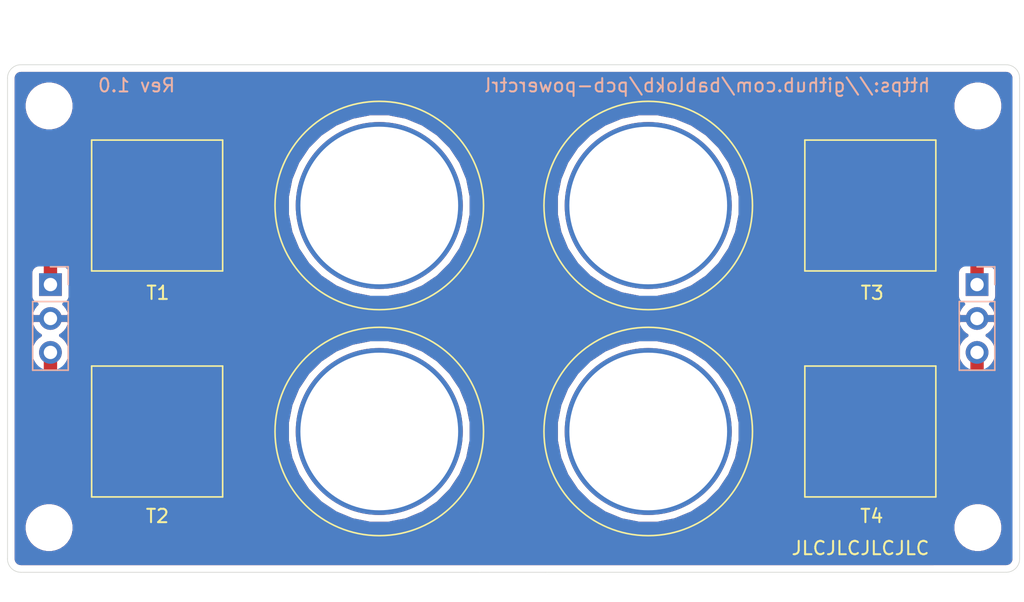
<source format=kicad_pcb>
(kicad_pcb (version 20171130) (host pcbnew 5.1.8-5.1.8)

  (general
    (thickness 1.6)
    (drawings 11)
    (tracks 12)
    (zones 0)
    (modules 14)
    (nets 6)
  )

  (page A4)
  (layers
    (0 F.Cu signal)
    (31 B.Cu signal)
    (32 B.Adhes user)
    (33 F.Adhes user)
    (34 B.Paste user)
    (35 F.Paste user)
    (36 B.SilkS user)
    (37 F.SilkS user)
    (38 B.Mask user)
    (39 F.Mask user)
    (40 Dwgs.User user)
    (41 Cmts.User user)
    (42 Eco1.User user)
    (43 Eco2.User user)
    (44 Edge.Cuts user)
    (45 Margin user)
    (46 B.CrtYd user)
    (47 F.CrtYd user)
    (48 B.Fab user)
    (49 F.Fab user)
  )

  (setup
    (last_trace_width 1)
    (trace_clearance 0.2)
    (zone_clearance 0.508)
    (zone_45_only no)
    (trace_min 0.2)
    (via_size 0.8)
    (via_drill 0.4)
    (via_min_size 0.4)
    (via_min_drill 0.3)
    (uvia_size 0.3)
    (uvia_drill 0.1)
    (uvias_allowed no)
    (uvia_min_size 0.2)
    (uvia_min_drill 0.1)
    (edge_width 0.05)
    (segment_width 0.2)
    (pcb_text_width 0.3)
    (pcb_text_size 1.5 1.5)
    (mod_edge_width 0.12)
    (mod_text_size 1 1)
    (mod_text_width 0.15)
    (pad_size 1.524 1.524)
    (pad_drill 0.762)
    (pad_to_mask_clearance 0)
    (aux_axis_origin 0 0)
    (visible_elements FFFFEF7F)
    (pcbplotparams
      (layerselection 0x010f0_ffffffff)
      (usegerberextensions false)
      (usegerberattributes true)
      (usegerberadvancedattributes true)
      (creategerberjobfile false)
      (excludeedgelayer true)
      (linewidth 0.100000)
      (plotframeref false)
      (viasonmask false)
      (mode 1)
      (useauxorigin false)
      (hpglpennumber 1)
      (hpglpenspeed 20)
      (hpglpendiameter 15.000000)
      (psnegative false)
      (psa4output false)
      (plotreference true)
      (plotvalue false)
      (plotinvisibletext false)
      (padsonsilk true)
      (subtractmaskfromsilk false)
      (outputformat 1)
      (mirror false)
      (drillshape 0)
      (scaleselection 1)
      (outputdirectory "../production"))
  )

  (net 0 "")
  (net 1 "Net-(J1-Pad3)")
  (net 2 "Net-(J1-Pad1)")
  (net 3 "Net-(J2-Pad3)")
  (net 4 "Net-(J2-Pad1)")
  (net 5 GND)

  (net_class Default "This is the default net class."
    (clearance 0.2)
    (trace_width 1)
    (via_dia 0.8)
    (via_drill 0.4)
    (uvia_dia 0.3)
    (uvia_drill 0.1)
    (add_net GND)
    (add_net "Net-(J1-Pad1)")
    (add_net "Net-(J1-Pad3)")
    (add_net "Net-(J2-Pad1)")
    (add_net "Net-(J2-Pad3)")
  )

  (module MountingHole:MountingHole_2.5mm (layer F.Cu) (tedit 56D1B4CB) (tstamp 60B7A47E)
    (at 173.5328 108.1786)
    (descr "Mounting Hole 2.5mm, no annular")
    (tags "mounting hole 2.5mm no annular")
    (path /60B75C42)
    (attr virtual)
    (fp_text reference M4 (at 0 -3.5) (layer F.SilkS) hide
      (effects (font (size 1 1) (thickness 0.15)))
    )
    (fp_text value Mounting-Hole (at -2.3114 4.7498) (layer F.Fab)
      (effects (font (size 1 1) (thickness 0.15)))
    )
    (fp_circle (center 0 0) (end 2.75 0) (layer F.CrtYd) (width 0.05))
    (fp_circle (center 0 0) (end 2.5 0) (layer Cmts.User) (width 0.15))
    (fp_text user %R (at 0.3 0) (layer F.Fab)
      (effects (font (size 1 1) (thickness 0.15)))
    )
    (pad 1 np_thru_hole circle (at 0 0) (size 2.5 2.5) (drill 2.5) (layers *.Cu *.Mask))
  )

  (module MountingHole:MountingHole_2.5mm (layer F.Cu) (tedit 56D1B4CB) (tstamp 60B7A476)
    (at 173.5328 76.6064)
    (descr "Mounting Hole 2.5mm, no annular")
    (tags "mounting hole 2.5mm no annular")
    (path /60B75989)
    (attr virtual)
    (fp_text reference M3 (at 0 -3.5) (layer F.SilkS) hide
      (effects (font (size 1 1) (thickness 0.15)))
    )
    (fp_text value Mounting-Hole (at -2.4638 -4.953) (layer F.Fab)
      (effects (font (size 1 1) (thickness 0.15)))
    )
    (fp_circle (center 0 0) (end 2.75 0) (layer F.CrtYd) (width 0.05))
    (fp_circle (center 0 0) (end 2.5 0) (layer Cmts.User) (width 0.15))
    (fp_text user %R (at 0.3 0) (layer F.Fab)
      (effects (font (size 1 1) (thickness 0.15)))
    )
    (pad 1 np_thru_hole circle (at 0 0) (size 2.5 2.5) (drill 2.5) (layers *.Cu *.Mask))
  )

  (module MountingHole:MountingHole_2.5mm (layer F.Cu) (tedit 56D1B4CB) (tstamp 60B7A46E)
    (at 104.0511 108.1786)
    (descr "Mounting Hole 2.5mm, no annular")
    (tags "mounting hole 2.5mm no annular")
    (path /60B75768)
    (attr virtual)
    (fp_text reference M2 (at 0 -3.5) (layer F.SilkS) hide
      (effects (font (size 1 1) (thickness 0.15)))
    )
    (fp_text value Mounting-Hole (at 2.3368 4.3942) (layer F.Fab)
      (effects (font (size 1 1) (thickness 0.15)))
    )
    (fp_circle (center 0 0) (end 2.75 0) (layer F.CrtYd) (width 0.05))
    (fp_circle (center 0 0) (end 2.5 0) (layer Cmts.User) (width 0.15))
    (fp_text user %R (at 0.3 0) (layer F.Fab)
      (effects (font (size 1 1) (thickness 0.15)))
    )
    (pad 1 np_thru_hole circle (at 0 0) (size 2.5 2.5) (drill 2.5) (layers *.Cu *.Mask))
  )

  (module MountingHole:MountingHole_2.5mm (layer F.Cu) (tedit 56D1B4CB) (tstamp 60B7A466)
    (at 104.0511 76.6064)
    (descr "Mounting Hole 2.5mm, no annular")
    (tags "mounting hole 2.5mm no annular")
    (path /60B745D2)
    (attr virtual)
    (fp_text reference M1 (at 0 -3.5) (layer F.SilkS) hide
      (effects (font (size 1 1) (thickness 0.15)))
    )
    (fp_text value Mounting-Hole (at 2.0955 -4.3942) (layer F.Fab)
      (effects (font (size 1 1) (thickness 0.15)))
    )
    (fp_circle (center 0 0) (end 2.75 0) (layer F.CrtYd) (width 0.05))
    (fp_circle (center 0 0) (end 2.5 0) (layer Cmts.User) (width 0.15))
    (fp_text user %R (at 0.3 0) (layer F.Fab)
      (effects (font (size 1 1) (thickness 0.15)))
    )
    (pad 1 np_thru_hole circle (at 0 0) (size 2.5 2.5) (drill 2.5) (layers *.Cu *.Mask))
  )

  (module user:Einbaubuchse_55x21 (layer F.Cu) (tedit 60B5F594) (tstamp 60B651CC)
    (at 148.873 100.9813)
    (path /60B62068)
    (fp_text reference H4 (at 0.65532 -10.9728) (layer F.SilkS) hide
      (effects (font (size 1 1) (thickness 0.15)))
    )
    (fp_text value Einbaubuchse (at 0.44704 -14.53896) (layer F.Fab)
      (effects (font (size 1 1) (thickness 0.15)))
    )
    (fp_circle (center 0 0) (end 7.8 0) (layer F.SilkS) (width 0.12))
    (fp_circle (center 0 0) (end 7.9 0) (layer F.CrtYd) (width 0.12))
    (pad "" np_thru_hole circle (at 0 0) (size 12.5 12.5) (drill 11.8) (layers *.Cu *.Mask))
  )

  (module user:Einbaubuchse_55x21 (layer F.Cu) (tedit 60B5F594) (tstamp 60B651C5)
    (at 148.873 84.0613)
    (path /60B61303)
    (fp_text reference H3 (at 0.65532 -10.9728) (layer F.SilkS) hide
      (effects (font (size 1 1) (thickness 0.15)))
    )
    (fp_text value Einbaubuchse (at 0.44704 -14.53896) (layer F.Fab)
      (effects (font (size 1 1) (thickness 0.15)))
    )
    (fp_circle (center 0 0) (end 7.8 0) (layer F.SilkS) (width 0.12))
    (fp_circle (center 0 0) (end 7.9 0) (layer F.CrtYd) (width 0.12))
    (pad "" np_thru_hole circle (at 0 0) (size 12.5 12.5) (drill 11.8) (layers *.Cu *.Mask))
  )

  (module user:Einbaubuchse_55x21 (layer F.Cu) (tedit 60B5F594) (tstamp 60B651BE)
    (at 128.7526 100.9813)
    (path /60B60F09)
    (fp_text reference H2 (at 0.65532 -10.9728) (layer F.SilkS) hide
      (effects (font (size 1 1) (thickness 0.15)))
    )
    (fp_text value Einbaubuchse (at 0.44704 -14.53896) (layer F.Fab)
      (effects (font (size 1 1) (thickness 0.15)))
    )
    (fp_circle (center 0 0) (end 7.8 0) (layer F.SilkS) (width 0.12))
    (fp_circle (center 0 0) (end 7.9 0) (layer F.CrtYd) (width 0.12))
    (pad "" np_thru_hole circle (at 0 0) (size 12.5 12.5) (drill 11.8) (layers *.Cu *.Mask))
  )

  (module user:Einbaubuchse_55x21 (layer F.Cu) (tedit 60B5F594) (tstamp 60B651B7)
    (at 128.7526 84.0613)
    (path /60B5F94C)
    (fp_text reference H1 (at 0.65532 -10.9728) (layer F.SilkS) hide
      (effects (font (size 1 1) (thickness 0.15)))
    )
    (fp_text value Einbaubuchse (at 0.44704 -14.53896) (layer F.Fab)
      (effects (font (size 1 1) (thickness 0.15)))
    )
    (fp_circle (center 0 0) (end 7.8 0) (layer F.SilkS) (width 0.12))
    (fp_circle (center 0 0) (end 7.9 0) (layer F.CrtYd) (width 0.12))
    (pad "" np_thru_hole circle (at 0 0) (size 12.5 12.5) (drill 11.8) (layers *.Cu *.Mask))
  )

  (module user:Touchpad (layer F.Cu) (tedit 60B23E46) (tstamp 60B29A48)
    (at 165.4904 100.9813)
    (path /60B27E7F)
    (fp_text reference T4 (at 0.1049 6.3337) (layer F.SilkS)
      (effects (font (size 1 1) (thickness 0.15)))
    )
    (fp_text value Touchpad (at 0.17018 -7.76478) (layer F.Fab)
      (effects (font (size 1 1) (thickness 0.15)))
    )
    (fp_line (start -4.9 4.9) (end 4.9 4.9) (layer F.SilkS) (width 0.12))
    (fp_line (start -4.9 -4.9) (end -4.9 4.9) (layer F.SilkS) (width 0.12))
    (fp_line (start 4.9 -4.9) (end -4.9 -4.9) (layer F.SilkS) (width 0.12))
    (fp_line (start 4.9 4.9) (end 4.9 -4.9) (layer F.SilkS) (width 0.12))
    (fp_line (start -5 5) (end 5 5) (layer F.CrtYd) (width 0.12))
    (fp_line (start -5 -5) (end -5 5) (layer F.CrtYd) (width 0.12))
    (fp_line (start 5 -5) (end -5 -5) (layer F.CrtYd) (width 0.12))
    (fp_line (start 5 5) (end 5 -5) (layer F.CrtYd) (width 0.12))
    (pad 1 smd roundrect (at 0 0) (size 8 8) (layers F.Cu F.Paste F.Mask) (roundrect_rratio 0.25)
      (net 3 "Net-(J2-Pad3)"))
  )

  (module user:Touchpad (layer F.Cu) (tedit 60B23E46) (tstamp 60B29A3B)
    (at 165.4904 84.0613)
    (path /60B277DA)
    (fp_text reference T3 (at 0.143 6.5405) (layer F.SilkS)
      (effects (font (size 1 1) (thickness 0.15)))
    )
    (fp_text value Touchpad (at 0.17018 -7.76478) (layer F.Fab)
      (effects (font (size 1 1) (thickness 0.15)))
    )
    (fp_line (start -4.9 4.9) (end 4.9 4.9) (layer F.SilkS) (width 0.12))
    (fp_line (start -4.9 -4.9) (end -4.9 4.9) (layer F.SilkS) (width 0.12))
    (fp_line (start 4.9 -4.9) (end -4.9 -4.9) (layer F.SilkS) (width 0.12))
    (fp_line (start 4.9 4.9) (end 4.9 -4.9) (layer F.SilkS) (width 0.12))
    (fp_line (start -5 5) (end 5 5) (layer F.CrtYd) (width 0.12))
    (fp_line (start -5 -5) (end -5 5) (layer F.CrtYd) (width 0.12))
    (fp_line (start 5 -5) (end -5 -5) (layer F.CrtYd) (width 0.12))
    (fp_line (start 5 5) (end 5 -5) (layer F.CrtYd) (width 0.12))
    (pad 1 smd roundrect (at 0 0) (size 8 8) (layers F.Cu F.Paste F.Mask) (roundrect_rratio 0.25)
      (net 4 "Net-(J2-Pad1)"))
  )

  (module user:Touchpad (layer F.Cu) (tedit 60B23E46) (tstamp 60B29A2E)
    (at 112.1352 100.9813)
    (path /60B2D419)
    (fp_text reference T2 (at 0.0185 6.3337) (layer F.SilkS)
      (effects (font (size 1 1) (thickness 0.15)))
    )
    (fp_text value Touchpad (at 0.17018 -7.76478) (layer F.Fab)
      (effects (font (size 1 1) (thickness 0.15)))
    )
    (fp_line (start -4.9 4.9) (end 4.9 4.9) (layer F.SilkS) (width 0.12))
    (fp_line (start -4.9 -4.9) (end -4.9 4.9) (layer F.SilkS) (width 0.12))
    (fp_line (start 4.9 -4.9) (end -4.9 -4.9) (layer F.SilkS) (width 0.12))
    (fp_line (start 4.9 4.9) (end 4.9 -4.9) (layer F.SilkS) (width 0.12))
    (fp_line (start -5 5) (end 5 5) (layer F.CrtYd) (width 0.12))
    (fp_line (start -5 -5) (end -5 5) (layer F.CrtYd) (width 0.12))
    (fp_line (start 5 -5) (end -5 -5) (layer F.CrtYd) (width 0.12))
    (fp_line (start 5 5) (end 5 -5) (layer F.CrtYd) (width 0.12))
    (pad 1 smd roundrect (at 0 0) (size 8 8) (layers F.Cu F.Paste F.Mask) (roundrect_rratio 0.25)
      (net 1 "Net-(J1-Pad3)"))
  )

  (module user:Touchpad (layer F.Cu) (tedit 60B23E46) (tstamp 60B29A21)
    (at 112.1352 84.0613)
    (path /60B2D413)
    (fp_text reference T1 (at 0.0566 6.5405) (layer F.SilkS)
      (effects (font (size 1 1) (thickness 0.15)))
    )
    (fp_text value Touchpad (at 0.17018 -7.76478) (layer F.Fab)
      (effects (font (size 1 1) (thickness 0.15)))
    )
    (fp_line (start -4.9 4.9) (end 4.9 4.9) (layer F.SilkS) (width 0.12))
    (fp_line (start -4.9 -4.9) (end -4.9 4.9) (layer F.SilkS) (width 0.12))
    (fp_line (start 4.9 -4.9) (end -4.9 -4.9) (layer F.SilkS) (width 0.12))
    (fp_line (start 4.9 4.9) (end 4.9 -4.9) (layer F.SilkS) (width 0.12))
    (fp_line (start -5 5) (end 5 5) (layer F.CrtYd) (width 0.12))
    (fp_line (start -5 -5) (end -5 5) (layer F.CrtYd) (width 0.12))
    (fp_line (start 5 -5) (end -5 -5) (layer F.CrtYd) (width 0.12))
    (fp_line (start 5 5) (end 5 -5) (layer F.CrtYd) (width 0.12))
    (pad 1 smd roundrect (at 0 0) (size 8 8) (layers F.Cu F.Paste F.Mask) (roundrect_rratio 0.25)
      (net 2 "Net-(J1-Pad1)"))
  )

  (module Connector_PinHeader_2.54mm:PinHeader_1x03_P2.54mm_Vertical (layer B.Cu) (tedit 59FED5CC) (tstamp 60B29A14)
    (at 173.4729 89.9813 180)
    (descr "Through hole straight pin header, 1x03, 2.54mm pitch, single row")
    (tags "Through hole pin header THT 1x03 2.54mm single row")
    (path /60B24777)
    (fp_text reference J2 (at 0 2.33) (layer B.SilkS) hide
      (effects (font (size 1 1) (thickness 0.15)) (justify mirror))
    )
    (fp_text value Conn_01x03_Male (at 0 -7.41) (layer B.Fab) hide
      (effects (font (size 1 1) (thickness 0.15)) (justify mirror))
    )
    (fp_line (start 1.8 1.8) (end -1.8 1.8) (layer B.CrtYd) (width 0.05))
    (fp_line (start 1.8 -6.85) (end 1.8 1.8) (layer B.CrtYd) (width 0.05))
    (fp_line (start -1.8 -6.85) (end 1.8 -6.85) (layer B.CrtYd) (width 0.05))
    (fp_line (start -1.8 1.8) (end -1.8 -6.85) (layer B.CrtYd) (width 0.05))
    (fp_line (start -1.33 1.33) (end 0 1.33) (layer B.SilkS) (width 0.12))
    (fp_line (start -1.33 0) (end -1.33 1.33) (layer B.SilkS) (width 0.12))
    (fp_line (start -1.33 -1.27) (end 1.33 -1.27) (layer B.SilkS) (width 0.12))
    (fp_line (start 1.33 -1.27) (end 1.33 -6.41) (layer B.SilkS) (width 0.12))
    (fp_line (start -1.33 -1.27) (end -1.33 -6.41) (layer B.SilkS) (width 0.12))
    (fp_line (start -1.33 -6.41) (end 1.33 -6.41) (layer B.SilkS) (width 0.12))
    (fp_line (start -1.27 0.635) (end -0.635 1.27) (layer B.Fab) (width 0.1))
    (fp_line (start -1.27 -6.35) (end -1.27 0.635) (layer B.Fab) (width 0.1))
    (fp_line (start 1.27 -6.35) (end -1.27 -6.35) (layer B.Fab) (width 0.1))
    (fp_line (start 1.27 1.27) (end 1.27 -6.35) (layer B.Fab) (width 0.1))
    (fp_line (start -0.635 1.27) (end 1.27 1.27) (layer B.Fab) (width 0.1))
    (fp_text user %R (at 0 -2.54 270) (layer B.Fab)
      (effects (font (size 1 1) (thickness 0.15)) (justify mirror))
    )
    (pad 3 thru_hole oval (at 0 -5.08 180) (size 1.7 1.7) (drill 1) (layers *.Cu *.Mask)
      (net 3 "Net-(J2-Pad3)"))
    (pad 2 thru_hole oval (at 0 -2.54 180) (size 1.7 1.7) (drill 1) (layers *.Cu *.Mask)
      (net 5 GND))
    (pad 1 thru_hole rect (at 0 0 180) (size 1.7 1.7) (drill 1) (layers *.Cu *.Mask)
      (net 4 "Net-(J2-Pad1)"))
    (model ${KISYS3DMOD}/Connector_PinHeader_2.54mm.3dshapes/PinHeader_1x03_P2.54mm_Vertical.wrl
      (at (xyz 0 0 0))
      (scale (xyz 1 1 1))
      (rotate (xyz 0 0 0))
    )
  )

  (module Connector_PinHeader_2.54mm:PinHeader_1x03_P2.54mm_Vertical (layer B.Cu) (tedit 59FED5CC) (tstamp 60B299FD)
    (at 104.1527 89.9813 180)
    (descr "Through hole straight pin header, 1x03, 2.54mm pitch, single row")
    (tags "Through hole pin header THT 1x03 2.54mm single row")
    (path /60B2D40D)
    (fp_text reference J1 (at 0 2.33) (layer B.SilkS) hide
      (effects (font (size 1 1) (thickness 0.15)) (justify mirror))
    )
    (fp_text value Conn_01x03_Male (at 0 -7.41) (layer B.Fab) hide
      (effects (font (size 1 1) (thickness 0.15)) (justify mirror))
    )
    (fp_line (start 1.8 1.8) (end -1.8 1.8) (layer B.CrtYd) (width 0.05))
    (fp_line (start 1.8 -6.85) (end 1.8 1.8) (layer B.CrtYd) (width 0.05))
    (fp_line (start -1.8 -6.85) (end 1.8 -6.85) (layer B.CrtYd) (width 0.05))
    (fp_line (start -1.8 1.8) (end -1.8 -6.85) (layer B.CrtYd) (width 0.05))
    (fp_line (start -1.33 1.33) (end 0 1.33) (layer B.SilkS) (width 0.12))
    (fp_line (start -1.33 0) (end -1.33 1.33) (layer B.SilkS) (width 0.12))
    (fp_line (start -1.33 -1.27) (end 1.33 -1.27) (layer B.SilkS) (width 0.12))
    (fp_line (start 1.33 -1.27) (end 1.33 -6.41) (layer B.SilkS) (width 0.12))
    (fp_line (start -1.33 -1.27) (end -1.33 -6.41) (layer B.SilkS) (width 0.12))
    (fp_line (start -1.33 -6.41) (end 1.33 -6.41) (layer B.SilkS) (width 0.12))
    (fp_line (start -1.27 0.635) (end -0.635 1.27) (layer B.Fab) (width 0.1))
    (fp_line (start -1.27 -6.35) (end -1.27 0.635) (layer B.Fab) (width 0.1))
    (fp_line (start 1.27 -6.35) (end -1.27 -6.35) (layer B.Fab) (width 0.1))
    (fp_line (start 1.27 1.27) (end 1.27 -6.35) (layer B.Fab) (width 0.1))
    (fp_line (start -0.635 1.27) (end 1.27 1.27) (layer B.Fab) (width 0.1))
    (fp_text user %R (at 0 -2.54 270) (layer B.Fab)
      (effects (font (size 1 1) (thickness 0.15)) (justify mirror))
    )
    (pad 3 thru_hole oval (at 0 -5.08 180) (size 1.7 1.7) (drill 1) (layers *.Cu *.Mask)
      (net 1 "Net-(J1-Pad3)"))
    (pad 2 thru_hole oval (at 0 -2.54 180) (size 1.7 1.7) (drill 1) (layers *.Cu *.Mask)
      (net 5 GND))
    (pad 1 thru_hole rect (at 0 0 180) (size 1.7 1.7) (drill 1) (layers *.Cu *.Mask)
      (net 2 "Net-(J1-Pad1)"))
    (model ${KISYS3DMOD}/Connector_PinHeader_2.54mm.3dshapes/PinHeader_1x03_P2.54mm_Vertical.wrl
      (at (xyz 0 0 0))
      (scale (xyz 1 1 1))
      (rotate (xyz 0 0 0))
    )
  )

  (gr_text "Rev 1.0" (at 107.61472 75.06716) (layer B.SilkS)
    (effects (font (size 1 1) (thickness 0.15)) (justify right mirror))
  )
  (gr_text https://github.com/bablokb/pcb-powerctrl (at 170.053 75.06716) (layer B.SilkS)
    (effects (font (size 1 1) (thickness 0.15)) (justify left mirror))
  )
  (gr_text JLCJLCJLCJLC (at 169.99204 109.7153) (layer F.SilkS)
    (effects (font (size 1 1) (thickness 0.15)) (justify right))
  )
  (gr_arc (start 101.9419 74.5236) (end 101.9419 73.5213) (angle -90) (layer Edge.Cuts) (width 0.05) (tstamp 60B7A6CE))
  (gr_arc (start 101.9419 110.52048) (end 100.9396 110.52048) (angle -90) (layer Edge.Cuts) (width 0.05) (tstamp 60B7A6C5))
  (gr_arc (start 175.6547 110.51894) (end 175.6547 111.52124) (angle -90) (layer Edge.Cuts) (width 0.05) (tstamp 60B7A6C5))
  (gr_arc (start 175.6547 74.5236) (end 176.657 74.5236) (angle -90) (layer Edge.Cuts) (width 0.05))
  (gr_line (start 100.9396 110.52302) (end 100.9396 74.52106) (layer Edge.Cuts) (width 0.05))
  (gr_line (start 175.65116 111.5213) (end 101.9419 111.52278) (layer Edge.Cuts) (width 0.05))
  (gr_line (start 176.657 74.5236) (end 176.657 110.5154) (layer Edge.Cuts) (width 0.05))
  (gr_line (start 101.9419 73.5213) (end 175.6537 73.5213) (layer Edge.Cuts) (width 0.05))

  (segment (start 104.1527 95.0613) (end 104.1527 97.8662) (width 1) (layer F.Cu) (net 1))
  (segment (start 107.2678 100.9813) (end 112.1352 100.9813) (width 1) (layer F.Cu) (net 1))
  (segment (start 104.1527 97.8662) (end 107.2678 100.9813) (width 1) (layer F.Cu) (net 1))
  (segment (start 104.1527 89.9813) (end 104.1527 86.1187) (width 1) (layer F.Cu) (net 2))
  (segment (start 106.2101 84.0613) (end 112.1352 84.0613) (width 1) (layer F.Cu) (net 2))
  (segment (start 104.1527 86.1187) (end 106.2101 84.0613) (width 1) (layer F.Cu) (net 2))
  (segment (start 173.4729 95.0613) (end 173.4729 98.142) (width 1) (layer F.Cu) (net 3))
  (segment (start 170.6336 100.9813) (end 165.4904 100.9813) (width 1) (layer F.Cu) (net 3))
  (segment (start 173.4729 98.142) (end 170.6336 100.9813) (width 1) (layer F.Cu) (net 3))
  (segment (start 173.4729 89.9813) (end 173.4729 86.6176) (width 1) (layer F.Cu) (net 4))
  (segment (start 170.9166 84.0613) (end 165.4904 84.0613) (width 1) (layer F.Cu) (net 4))
  (segment (start 173.4729 86.6176) (end 170.9166 84.0613) (width 1) (layer F.Cu) (net 4))

  (zone (net 5) (net_name GND) (layer F.Cu) (tstamp 60B77781) (hatch edge 0.508)
    (connect_pads (clearance 0.508))
    (min_thickness 0.254)
    (fill yes (arc_segments 32) (thermal_gap 0.508) (thermal_bridge_width 0.508))
    (polygon
      (pts
        (xy 176.62398 111.4806) (xy 100.98532 111.4806) (xy 100.98532 73.55586) (xy 176.62398 73.55586)
      )
    )
    (filled_polygon
      (pts
        (xy 175.72057 74.190924) (xy 175.783933 74.210054) (xy 175.842378 74.24113) (xy 175.893665 74.282958) (xy 175.935856 74.333959)
        (xy 175.967335 74.392179) (xy 175.986909 74.455411) (xy 175.997 74.55142) (xy 175.997001 110.486649) (xy 175.987376 110.58481)
        (xy 175.968246 110.648173) (xy 175.93717 110.706618) (xy 175.895341 110.757906) (xy 175.844343 110.800094) (xy 175.786122 110.831575)
        (xy 175.722889 110.851149) (xy 175.626299 110.861301) (xy 101.974177 110.86278) (xy 101.87603 110.853156) (xy 101.812667 110.834026)
        (xy 101.754222 110.80295) (xy 101.702934 110.761121) (xy 101.660746 110.710123) (xy 101.629265 110.651902) (xy 101.609691 110.588669)
        (xy 101.5996 110.49266) (xy 101.5996 107.992944) (xy 102.1661 107.992944) (xy 102.1661 108.364256) (xy 102.238539 108.728434)
        (xy 102.380634 109.071482) (xy 102.586925 109.380218) (xy 102.849482 109.642775) (xy 103.158218 109.849066) (xy 103.501266 109.991161)
        (xy 103.865444 110.0636) (xy 104.236756 110.0636) (xy 104.600934 109.991161) (xy 104.943982 109.849066) (xy 105.252718 109.642775)
        (xy 105.515275 109.380218) (xy 105.721566 109.071482) (xy 105.863661 108.728434) (xy 105.9361 108.364256) (xy 105.9361 107.992944)
        (xy 171.6478 107.992944) (xy 171.6478 108.364256) (xy 171.720239 108.728434) (xy 171.862334 109.071482) (xy 172.068625 109.380218)
        (xy 172.331182 109.642775) (xy 172.639918 109.849066) (xy 172.982966 109.991161) (xy 173.347144 110.0636) (xy 173.718456 110.0636)
        (xy 174.082634 109.991161) (xy 174.425682 109.849066) (xy 174.734418 109.642775) (xy 174.996975 109.380218) (xy 175.203266 109.071482)
        (xy 175.345361 108.728434) (xy 175.4178 108.364256) (xy 175.4178 107.992944) (xy 175.345361 107.628766) (xy 175.203266 107.285718)
        (xy 174.996975 106.976982) (xy 174.734418 106.714425) (xy 174.425682 106.508134) (xy 174.082634 106.366039) (xy 173.718456 106.2936)
        (xy 173.347144 106.2936) (xy 172.982966 106.366039) (xy 172.639918 106.508134) (xy 172.331182 106.714425) (xy 172.068625 106.976982)
        (xy 171.862334 107.285718) (xy 171.720239 107.628766) (xy 171.6478 107.992944) (xy 105.9361 107.992944) (xy 105.863661 107.628766)
        (xy 105.721566 107.285718) (xy 105.515275 106.976982) (xy 105.252718 106.714425) (xy 104.943982 106.508134) (xy 104.600934 106.366039)
        (xy 104.236756 106.2936) (xy 103.865444 106.2936) (xy 103.501266 106.366039) (xy 103.158218 106.508134) (xy 102.849482 106.714425)
        (xy 102.586925 106.976982) (xy 102.380634 107.285718) (xy 102.238539 107.628766) (xy 102.1661 107.992944) (xy 101.5996 107.992944)
        (xy 101.5996 94.91504) (xy 102.6677 94.91504) (xy 102.6677 95.20756) (xy 102.724768 95.494458) (xy 102.83671 95.764711)
        (xy 102.999225 96.007932) (xy 103.0177 96.026407) (xy 103.017701 97.810439) (xy 103.012209 97.8662) (xy 103.034123 98.088698)
        (xy 103.099024 98.302646) (xy 103.099025 98.302647) (xy 103.204417 98.499823) (xy 103.346252 98.672649) (xy 103.38956 98.708191)
        (xy 106.425813 101.744446) (xy 106.461351 101.787749) (xy 106.504654 101.823287) (xy 106.504656 101.823289) (xy 106.634177 101.929584)
        (xy 106.831353 102.034976) (xy 107.045301 102.099877) (xy 107.2678 102.121791) (xy 107.323552 102.1163) (xy 107.497128 102.1163)
        (xy 107.497128 102.9813) (xy 107.547818 103.495962) (xy 107.697939 103.990846) (xy 107.941723 104.446934) (xy 108.269801 104.846699)
        (xy 108.669566 105.174777) (xy 109.125654 105.418561) (xy 109.620538 105.568682) (xy 110.1352 105.619372) (xy 114.1352 105.619372)
        (xy 114.649862 105.568682) (xy 115.144746 105.418561) (xy 115.600834 105.174777) (xy 116.000599 104.846699) (xy 116.328677 104.446934)
        (xy 116.572461 103.990846) (xy 116.722582 103.495962) (xy 116.773272 102.9813) (xy 116.773272 100.303187) (xy 121.8676 100.303187)
        (xy 121.8676 101.659413) (xy 122.132186 102.989581) (xy 122.651192 104.242571) (xy 123.404671 105.370232) (xy 124.363668 106.329229)
        (xy 125.491329 107.082708) (xy 126.744319 107.601714) (xy 128.074487 107.8663) (xy 129.430713 107.8663) (xy 130.760881 107.601714)
        (xy 132.013871 107.082708) (xy 133.141532 106.329229) (xy 134.100529 105.370232) (xy 134.854008 104.242571) (xy 135.373014 102.989581)
        (xy 135.6376 101.659413) (xy 135.6376 100.303187) (xy 141.988 100.303187) (xy 141.988 101.659413) (xy 142.252586 102.989581)
        (xy 142.771592 104.242571) (xy 143.525071 105.370232) (xy 144.484068 106.329229) (xy 145.611729 107.082708) (xy 146.864719 107.601714)
        (xy 148.194887 107.8663) (xy 149.551113 107.8663) (xy 150.881281 107.601714) (xy 152.134271 107.082708) (xy 153.261932 106.329229)
        (xy 154.220929 105.370232) (xy 154.974408 104.242571) (xy 155.493414 102.989581) (xy 155.758 101.659413) (xy 155.758 100.303187)
        (xy 155.495062 98.9813) (xy 160.852328 98.9813) (xy 160.852328 102.9813) (xy 160.903018 103.495962) (xy 161.053139 103.990846)
        (xy 161.296923 104.446934) (xy 161.625001 104.846699) (xy 162.024766 105.174777) (xy 162.480854 105.418561) (xy 162.975738 105.568682)
        (xy 163.4904 105.619372) (xy 167.4904 105.619372) (xy 168.005062 105.568682) (xy 168.499946 105.418561) (xy 168.956034 105.174777)
        (xy 169.355799 104.846699) (xy 169.683877 104.446934) (xy 169.927661 103.990846) (xy 170.077782 103.495962) (xy 170.128472 102.9813)
        (xy 170.128472 102.1163) (xy 170.577849 102.1163) (xy 170.6336 102.121791) (xy 170.689351 102.1163) (xy 170.689352 102.1163)
        (xy 170.856099 102.099877) (xy 171.070047 102.034976) (xy 171.267223 101.929584) (xy 171.440049 101.787749) (xy 171.475596 101.744435)
        (xy 174.236046 98.983987) (xy 174.279349 98.948449) (xy 174.421184 98.775623) (xy 174.526576 98.578447) (xy 174.591477 98.364499)
        (xy 174.6079 98.197752) (xy 174.613391 98.142) (xy 174.6079 98.086248) (xy 174.6079 96.026407) (xy 174.626375 96.007932)
        (xy 174.78889 95.764711) (xy 174.900832 95.494458) (xy 174.9579 95.20756) (xy 174.9579 94.91504) (xy 174.900832 94.628142)
        (xy 174.78889 94.357889) (xy 174.626375 94.114668) (xy 174.419532 93.907825) (xy 174.237366 93.786105) (xy 174.354255 93.716478)
        (xy 174.570488 93.521569) (xy 174.744541 93.28822) (xy 174.869725 93.025399) (xy 174.914376 92.87819) (xy 174.793055 92.6483)
        (xy 173.5999 92.6483) (xy 173.5999 92.6683) (xy 173.3459 92.6683) (xy 173.3459 92.6483) (xy 172.152745 92.6483)
        (xy 172.031424 92.87819) (xy 172.076075 93.025399) (xy 172.201259 93.28822) (xy 172.375312 93.521569) (xy 172.591545 93.716478)
        (xy 172.708434 93.786105) (xy 172.526268 93.907825) (xy 172.319425 94.114668) (xy 172.15691 94.357889) (xy 172.044968 94.628142)
        (xy 171.9879 94.91504) (xy 171.9879 95.20756) (xy 172.044968 95.494458) (xy 172.15691 95.764711) (xy 172.319425 96.007932)
        (xy 172.3379 96.026407) (xy 172.337901 97.671866) (xy 170.163469 99.8463) (xy 170.128472 99.8463) (xy 170.128472 98.9813)
        (xy 170.077782 98.466638) (xy 169.927661 97.971754) (xy 169.683877 97.515666) (xy 169.355799 97.115901) (xy 168.956034 96.787823)
        (xy 168.499946 96.544039) (xy 168.005062 96.393918) (xy 167.4904 96.343228) (xy 163.4904 96.343228) (xy 162.975738 96.393918)
        (xy 162.480854 96.544039) (xy 162.024766 96.787823) (xy 161.625001 97.115901) (xy 161.296923 97.515666) (xy 161.053139 97.971754)
        (xy 160.903018 98.466638) (xy 160.852328 98.9813) (xy 155.495062 98.9813) (xy 155.493414 98.973019) (xy 154.974408 97.720029)
        (xy 154.220929 96.592368) (xy 153.261932 95.633371) (xy 152.134271 94.879892) (xy 150.881281 94.360886) (xy 149.551113 94.0963)
        (xy 148.194887 94.0963) (xy 146.864719 94.360886) (xy 145.611729 94.879892) (xy 144.484068 95.633371) (xy 143.525071 96.592368)
        (xy 142.771592 97.720029) (xy 142.252586 98.973019) (xy 141.988 100.303187) (xy 135.6376 100.303187) (xy 135.373014 98.973019)
        (xy 134.854008 97.720029) (xy 134.100529 96.592368) (xy 133.141532 95.633371) (xy 132.013871 94.879892) (xy 130.760881 94.360886)
        (xy 129.430713 94.0963) (xy 128.074487 94.0963) (xy 126.744319 94.360886) (xy 125.491329 94.879892) (xy 124.363668 95.633371)
        (xy 123.404671 96.592368) (xy 122.651192 97.720029) (xy 122.132186 98.973019) (xy 121.8676 100.303187) (xy 116.773272 100.303187)
        (xy 116.773272 98.9813) (xy 116.722582 98.466638) (xy 116.572461 97.971754) (xy 116.328677 97.515666) (xy 116.000599 97.115901)
        (xy 115.600834 96.787823) (xy 115.144746 96.544039) (xy 114.649862 96.393918) (xy 114.1352 96.343228) (xy 110.1352 96.343228)
        (xy 109.620538 96.393918) (xy 109.125654 96.544039) (xy 108.669566 96.787823) (xy 108.269801 97.115901) (xy 107.941723 97.515666)
        (xy 107.697939 97.971754) (xy 107.547818 98.466638) (xy 107.497128 98.9813) (xy 107.497128 99.605495) (xy 105.2877 97.396069)
        (xy 105.2877 96.026407) (xy 105.306175 96.007932) (xy 105.46869 95.764711) (xy 105.580632 95.494458) (xy 105.6377 95.20756)
        (xy 105.6377 94.91504) (xy 105.580632 94.628142) (xy 105.46869 94.357889) (xy 105.306175 94.114668) (xy 105.099332 93.907825)
        (xy 104.917166 93.786105) (xy 105.034055 93.716478) (xy 105.250288 93.521569) (xy 105.424341 93.28822) (xy 105.549525 93.025399)
        (xy 105.594176 92.87819) (xy 105.472855 92.6483) (xy 104.2797 92.6483) (xy 104.2797 92.6683) (xy 104.0257 92.6683)
        (xy 104.0257 92.6483) (xy 102.832545 92.6483) (xy 102.711224 92.87819) (xy 102.755875 93.025399) (xy 102.881059 93.28822)
        (xy 103.055112 93.521569) (xy 103.271345 93.716478) (xy 103.388234 93.786105) (xy 103.206068 93.907825) (xy 102.999225 94.114668)
        (xy 102.83671 94.357889) (xy 102.724768 94.628142) (xy 102.6677 94.91504) (xy 101.5996 94.91504) (xy 101.5996 89.1313)
        (xy 102.664628 89.1313) (xy 102.664628 90.8313) (xy 102.676888 90.955782) (xy 102.713198 91.07548) (xy 102.772163 91.185794)
        (xy 102.851515 91.282485) (xy 102.948206 91.361837) (xy 103.05852 91.420802) (xy 103.139166 91.445266) (xy 103.055112 91.521031)
        (xy 102.881059 91.75438) (xy 102.755875 92.017201) (xy 102.711224 92.16441) (xy 102.832545 92.3943) (xy 104.0257 92.3943)
        (xy 104.0257 92.3743) (xy 104.2797 92.3743) (xy 104.2797 92.3943) (xy 105.472855 92.3943) (xy 105.594176 92.16441)
        (xy 105.549525 92.017201) (xy 105.424341 91.75438) (xy 105.250288 91.521031) (xy 105.166234 91.445266) (xy 105.24688 91.420802)
        (xy 105.357194 91.361837) (xy 105.453885 91.282485) (xy 105.533237 91.185794) (xy 105.592202 91.07548) (xy 105.628512 90.955782)
        (xy 105.640772 90.8313) (xy 105.640772 89.1313) (xy 105.628512 89.006818) (xy 105.592202 88.88712) (xy 105.533237 88.776806)
        (xy 105.453885 88.680115) (xy 105.357194 88.600763) (xy 105.2877 88.563617) (xy 105.2877 86.588831) (xy 106.680232 85.1963)
        (xy 107.497128 85.1963) (xy 107.497128 86.0613) (xy 107.547818 86.575962) (xy 107.697939 87.070846) (xy 107.941723 87.526934)
        (xy 108.269801 87.926699) (xy 108.669566 88.254777) (xy 109.125654 88.498561) (xy 109.620538 88.648682) (xy 110.1352 88.699372)
        (xy 114.1352 88.699372) (xy 114.649862 88.648682) (xy 115.144746 88.498561) (xy 115.600834 88.254777) (xy 116.000599 87.926699)
        (xy 116.328677 87.526934) (xy 116.572461 87.070846) (xy 116.722582 86.575962) (xy 116.773272 86.0613) (xy 116.773272 83.383187)
        (xy 121.8676 83.383187) (xy 121.8676 84.739413) (xy 122.132186 86.069581) (xy 122.651192 87.322571) (xy 123.404671 88.450232)
        (xy 124.363668 89.409229) (xy 125.491329 90.162708) (xy 126.744319 90.681714) (xy 128.074487 90.9463) (xy 129.430713 90.9463)
        (xy 130.760881 90.681714) (xy 132.013871 90.162708) (xy 133.141532 89.409229) (xy 134.100529 88.450232) (xy 134.854008 87.322571)
        (xy 135.373014 86.069581) (xy 135.6376 84.739413) (xy 135.6376 83.383187) (xy 141.988 83.383187) (xy 141.988 84.739413)
        (xy 142.252586 86.069581) (xy 142.771592 87.322571) (xy 143.525071 88.450232) (xy 144.484068 89.409229) (xy 145.611729 90.162708)
        (xy 146.864719 90.681714) (xy 148.194887 90.9463) (xy 149.551113 90.9463) (xy 150.881281 90.681714) (xy 152.134271 90.162708)
        (xy 153.261932 89.409229) (xy 154.220929 88.450232) (xy 154.974408 87.322571) (xy 155.493414 86.069581) (xy 155.758 84.739413)
        (xy 155.758 83.383187) (xy 155.495062 82.0613) (xy 160.852328 82.0613) (xy 160.852328 86.0613) (xy 160.903018 86.575962)
        (xy 161.053139 87.070846) (xy 161.296923 87.526934) (xy 161.625001 87.926699) (xy 162.024766 88.254777) (xy 162.480854 88.498561)
        (xy 162.975738 88.648682) (xy 163.4904 88.699372) (xy 167.4904 88.699372) (xy 168.005062 88.648682) (xy 168.499946 88.498561)
        (xy 168.956034 88.254777) (xy 169.355799 87.926699) (xy 169.683877 87.526934) (xy 169.927661 87.070846) (xy 170.077782 86.575962)
        (xy 170.128472 86.0613) (xy 170.128472 85.1963) (xy 170.446469 85.1963) (xy 172.337901 87.087733) (xy 172.3379 88.563617)
        (xy 172.268406 88.600763) (xy 172.171715 88.680115) (xy 172.092363 88.776806) (xy 172.033398 88.88712) (xy 171.997088 89.006818)
        (xy 171.984828 89.1313) (xy 171.984828 90.8313) (xy 171.997088 90.955782) (xy 172.033398 91.07548) (xy 172.092363 91.185794)
        (xy 172.171715 91.282485) (xy 172.268406 91.361837) (xy 172.37872 91.420802) (xy 172.459366 91.445266) (xy 172.375312 91.521031)
        (xy 172.201259 91.75438) (xy 172.076075 92.017201) (xy 172.031424 92.16441) (xy 172.152745 92.3943) (xy 173.3459 92.3943)
        (xy 173.3459 92.3743) (xy 173.5999 92.3743) (xy 173.5999 92.3943) (xy 174.793055 92.3943) (xy 174.914376 92.16441)
        (xy 174.869725 92.017201) (xy 174.744541 91.75438) (xy 174.570488 91.521031) (xy 174.486434 91.445266) (xy 174.56708 91.420802)
        (xy 174.677394 91.361837) (xy 174.774085 91.282485) (xy 174.853437 91.185794) (xy 174.912402 91.07548) (xy 174.948712 90.955782)
        (xy 174.960972 90.8313) (xy 174.960972 89.1313) (xy 174.948712 89.006818) (xy 174.912402 88.88712) (xy 174.853437 88.776806)
        (xy 174.774085 88.680115) (xy 174.677394 88.600763) (xy 174.6079 88.563617) (xy 174.6079 86.673351) (xy 174.613391 86.617599)
        (xy 174.591477 86.3951) (xy 174.575126 86.341198) (xy 174.526576 86.181153) (xy 174.421184 85.983977) (xy 174.279349 85.811151)
        (xy 174.236041 85.775609) (xy 171.758596 83.298165) (xy 171.723049 83.254851) (xy 171.550223 83.113016) (xy 171.353047 83.007624)
        (xy 171.139099 82.942723) (xy 170.972352 82.9263) (xy 170.972351 82.9263) (xy 170.9166 82.920809) (xy 170.860849 82.9263)
        (xy 170.128472 82.9263) (xy 170.128472 82.0613) (xy 170.077782 81.546638) (xy 169.927661 81.051754) (xy 169.683877 80.595666)
        (xy 169.355799 80.195901) (xy 168.956034 79.867823) (xy 168.499946 79.624039) (xy 168.005062 79.473918) (xy 167.4904 79.423228)
        (xy 163.4904 79.423228) (xy 162.975738 79.473918) (xy 162.480854 79.624039) (xy 162.024766 79.867823) (xy 161.625001 80.195901)
        (xy 161.296923 80.595666) (xy 161.053139 81.051754) (xy 160.903018 81.546638) (xy 160.852328 82.0613) (xy 155.495062 82.0613)
        (xy 155.493414 82.053019) (xy 154.974408 80.800029) (xy 154.220929 79.672368) (xy 153.261932 78.713371) (xy 152.134271 77.959892)
        (xy 150.881281 77.440886) (xy 149.551113 77.1763) (xy 148.194887 77.1763) (xy 146.864719 77.440886) (xy 145.611729 77.959892)
        (xy 144.484068 78.713371) (xy 143.525071 79.672368) (xy 142.771592 80.800029) (xy 142.252586 82.053019) (xy 141.988 83.383187)
        (xy 135.6376 83.383187) (xy 135.373014 82.053019) (xy 134.854008 80.800029) (xy 134.100529 79.672368) (xy 133.141532 78.713371)
        (xy 132.013871 77.959892) (xy 130.760881 77.440886) (xy 129.430713 77.1763) (xy 128.074487 77.1763) (xy 126.744319 77.440886)
        (xy 125.491329 77.959892) (xy 124.363668 78.713371) (xy 123.404671 79.672368) (xy 122.651192 80.800029) (xy 122.132186 82.053019)
        (xy 121.8676 83.383187) (xy 116.773272 83.383187) (xy 116.773272 82.0613) (xy 116.722582 81.546638) (xy 116.572461 81.051754)
        (xy 116.328677 80.595666) (xy 116.000599 80.195901) (xy 115.600834 79.867823) (xy 115.144746 79.624039) (xy 114.649862 79.473918)
        (xy 114.1352 79.423228) (xy 110.1352 79.423228) (xy 109.620538 79.473918) (xy 109.125654 79.624039) (xy 108.669566 79.867823)
        (xy 108.269801 80.195901) (xy 107.941723 80.595666) (xy 107.697939 81.051754) (xy 107.547818 81.546638) (xy 107.497128 82.0613)
        (xy 107.497128 82.9263) (xy 106.265851 82.9263) (xy 106.2101 82.920809) (xy 106.154348 82.9263) (xy 105.987601 82.942723)
        (xy 105.773653 83.007624) (xy 105.576477 83.113016) (xy 105.403651 83.254851) (xy 105.368109 83.298159) (xy 103.38956 85.276709)
        (xy 103.346252 85.312251) (xy 103.204417 85.485077) (xy 103.196963 85.499023) (xy 103.099024 85.682254) (xy 103.034123 85.896202)
        (xy 103.012209 86.1187) (xy 103.017701 86.174461) (xy 103.0177 88.563617) (xy 102.948206 88.600763) (xy 102.851515 88.680115)
        (xy 102.772163 88.776806) (xy 102.713198 88.88712) (xy 102.676888 89.006818) (xy 102.664628 89.1313) (xy 101.5996 89.1313)
        (xy 101.5996 76.420744) (xy 102.1661 76.420744) (xy 102.1661 76.792056) (xy 102.238539 77.156234) (xy 102.380634 77.499282)
        (xy 102.586925 77.808018) (xy 102.849482 78.070575) (xy 103.158218 78.276866) (xy 103.501266 78.418961) (xy 103.865444 78.4914)
        (xy 104.236756 78.4914) (xy 104.600934 78.418961) (xy 104.943982 78.276866) (xy 105.252718 78.070575) (xy 105.515275 77.808018)
        (xy 105.721566 77.499282) (xy 105.863661 77.156234) (xy 105.9361 76.792056) (xy 105.9361 76.420744) (xy 171.6478 76.420744)
        (xy 171.6478 76.792056) (xy 171.720239 77.156234) (xy 171.862334 77.499282) (xy 172.068625 77.808018) (xy 172.331182 78.070575)
        (xy 172.639918 78.276866) (xy 172.982966 78.418961) (xy 173.347144 78.4914) (xy 173.718456 78.4914) (xy 174.082634 78.418961)
        (xy 174.425682 78.276866) (xy 174.734418 78.070575) (xy 174.996975 77.808018) (xy 175.203266 77.499282) (xy 175.345361 77.156234)
        (xy 175.4178 76.792056) (xy 175.4178 76.420744) (xy 175.345361 76.056566) (xy 175.203266 75.713518) (xy 174.996975 75.404782)
        (xy 174.734418 75.142225) (xy 174.425682 74.935934) (xy 174.082634 74.793839) (xy 173.718456 74.7214) (xy 173.347144 74.7214)
        (xy 172.982966 74.793839) (xy 172.639918 74.935934) (xy 172.331182 75.142225) (xy 172.068625 75.404782) (xy 171.862334 75.713518)
        (xy 171.720239 76.056566) (xy 171.6478 76.420744) (xy 105.9361 76.420744) (xy 105.863661 76.056566) (xy 105.721566 75.713518)
        (xy 105.515275 75.404782) (xy 105.252718 75.142225) (xy 104.943982 74.935934) (xy 104.600934 74.793839) (xy 104.236756 74.7214)
        (xy 103.865444 74.7214) (xy 103.501266 74.793839) (xy 103.158218 74.935934) (xy 102.849482 75.142225) (xy 102.586925 75.404782)
        (xy 102.380634 75.713518) (xy 102.238539 76.056566) (xy 102.1661 76.420744) (xy 101.5996 76.420744) (xy 101.5996 74.55588)
        (xy 101.609224 74.45773) (xy 101.628354 74.394367) (xy 101.65943 74.335922) (xy 101.701258 74.284635) (xy 101.752259 74.242444)
        (xy 101.810479 74.210965) (xy 101.873711 74.191391) (xy 101.96972 74.1813) (xy 175.62242 74.1813)
      )
    )
  )
  (zone (net 5) (net_name GND) (layer B.Cu) (tstamp 60B7777E) (hatch edge 0.508)
    (connect_pads (clearance 0.508))
    (min_thickness 0.254)
    (fill yes (arc_segments 32) (thermal_gap 0.508) (thermal_bridge_width 0.508))
    (polygon
      (pts
        (xy 176.62398 111.4806) (xy 100.98532 111.4806) (xy 100.98532 73.55332) (xy 176.62398 73.55332)
      )
    )
    (filled_polygon
      (pts
        (xy 175.72057 74.190924) (xy 175.783933 74.210054) (xy 175.842378 74.24113) (xy 175.893665 74.282958) (xy 175.935856 74.333959)
        (xy 175.967335 74.392179) (xy 175.986909 74.455411) (xy 175.997 74.55142) (xy 175.997001 110.486649) (xy 175.987376 110.58481)
        (xy 175.968246 110.648173) (xy 175.93717 110.706618) (xy 175.895341 110.757906) (xy 175.844343 110.800094) (xy 175.786122 110.831575)
        (xy 175.722889 110.851149) (xy 175.626299 110.861301) (xy 101.974177 110.86278) (xy 101.87603 110.853156) (xy 101.812667 110.834026)
        (xy 101.754222 110.80295) (xy 101.702934 110.761121) (xy 101.660746 110.710123) (xy 101.629265 110.651902) (xy 101.609691 110.588669)
        (xy 101.5996 110.49266) (xy 101.5996 107.992944) (xy 102.1661 107.992944) (xy 102.1661 108.364256) (xy 102.238539 108.728434)
        (xy 102.380634 109.071482) (xy 102.586925 109.380218) (xy 102.849482 109.642775) (xy 103.158218 109.849066) (xy 103.501266 109.991161)
        (xy 103.865444 110.0636) (xy 104.236756 110.0636) (xy 104.600934 109.991161) (xy 104.943982 109.849066) (xy 105.252718 109.642775)
        (xy 105.515275 109.380218) (xy 105.721566 109.071482) (xy 105.863661 108.728434) (xy 105.9361 108.364256) (xy 105.9361 107.992944)
        (xy 171.6478 107.992944) (xy 171.6478 108.364256) (xy 171.720239 108.728434) (xy 171.862334 109.071482) (xy 172.068625 109.380218)
        (xy 172.331182 109.642775) (xy 172.639918 109.849066) (xy 172.982966 109.991161) (xy 173.347144 110.0636) (xy 173.718456 110.0636)
        (xy 174.082634 109.991161) (xy 174.425682 109.849066) (xy 174.734418 109.642775) (xy 174.996975 109.380218) (xy 175.203266 109.071482)
        (xy 175.345361 108.728434) (xy 175.4178 108.364256) (xy 175.4178 107.992944) (xy 175.345361 107.628766) (xy 175.203266 107.285718)
        (xy 174.996975 106.976982) (xy 174.734418 106.714425) (xy 174.425682 106.508134) (xy 174.082634 106.366039) (xy 173.718456 106.2936)
        (xy 173.347144 106.2936) (xy 172.982966 106.366039) (xy 172.639918 106.508134) (xy 172.331182 106.714425) (xy 172.068625 106.976982)
        (xy 171.862334 107.285718) (xy 171.720239 107.628766) (xy 171.6478 107.992944) (xy 105.9361 107.992944) (xy 105.863661 107.628766)
        (xy 105.721566 107.285718) (xy 105.515275 106.976982) (xy 105.252718 106.714425) (xy 104.943982 106.508134) (xy 104.600934 106.366039)
        (xy 104.236756 106.2936) (xy 103.865444 106.2936) (xy 103.501266 106.366039) (xy 103.158218 106.508134) (xy 102.849482 106.714425)
        (xy 102.586925 106.976982) (xy 102.380634 107.285718) (xy 102.238539 107.628766) (xy 102.1661 107.992944) (xy 101.5996 107.992944)
        (xy 101.5996 100.303187) (xy 121.8676 100.303187) (xy 121.8676 101.659413) (xy 122.132186 102.989581) (xy 122.651192 104.242571)
        (xy 123.404671 105.370232) (xy 124.363668 106.329229) (xy 125.491329 107.082708) (xy 126.744319 107.601714) (xy 128.074487 107.8663)
        (xy 129.430713 107.8663) (xy 130.760881 107.601714) (xy 132.013871 107.082708) (xy 133.141532 106.329229) (xy 134.100529 105.370232)
        (xy 134.854008 104.242571) (xy 135.373014 102.989581) (xy 135.6376 101.659413) (xy 135.6376 100.303187) (xy 141.988 100.303187)
        (xy 141.988 101.659413) (xy 142.252586 102.989581) (xy 142.771592 104.242571) (xy 143.525071 105.370232) (xy 144.484068 106.329229)
        (xy 145.611729 107.082708) (xy 146.864719 107.601714) (xy 148.194887 107.8663) (xy 149.551113 107.8663) (xy 150.881281 107.601714)
        (xy 152.134271 107.082708) (xy 153.261932 106.329229) (xy 154.220929 105.370232) (xy 154.974408 104.242571) (xy 155.493414 102.989581)
        (xy 155.758 101.659413) (xy 155.758 100.303187) (xy 155.493414 98.973019) (xy 154.974408 97.720029) (xy 154.220929 96.592368)
        (xy 153.261932 95.633371) (xy 152.186874 94.91504) (xy 171.9879 94.91504) (xy 171.9879 95.20756) (xy 172.044968 95.494458)
        (xy 172.15691 95.764711) (xy 172.319425 96.007932) (xy 172.526268 96.214775) (xy 172.769489 96.37729) (xy 173.039742 96.489232)
        (xy 173.32664 96.5463) (xy 173.61916 96.5463) (xy 173.906058 96.489232) (xy 174.176311 96.37729) (xy 174.419532 96.214775)
        (xy 174.626375 96.007932) (xy 174.78889 95.764711) (xy 174.900832 95.494458) (xy 174.9579 95.20756) (xy 174.9579 94.91504)
        (xy 174.900832 94.628142) (xy 174.78889 94.357889) (xy 174.626375 94.114668) (xy 174.419532 93.907825) (xy 174.237366 93.786105)
        (xy 174.354255 93.716478) (xy 174.570488 93.521569) (xy 174.744541 93.28822) (xy 174.869725 93.025399) (xy 174.914376 92.87819)
        (xy 174.793055 92.6483) (xy 173.5999 92.6483) (xy 173.5999 92.6683) (xy 173.3459 92.6683) (xy 173.3459 92.6483)
        (xy 172.152745 92.6483) (xy 172.031424 92.87819) (xy 172.076075 93.025399) (xy 172.201259 93.28822) (xy 172.375312 93.521569)
        (xy 172.591545 93.716478) (xy 172.708434 93.786105) (xy 172.526268 93.907825) (xy 172.319425 94.114668) (xy 172.15691 94.357889)
        (xy 172.044968 94.628142) (xy 171.9879 94.91504) (xy 152.186874 94.91504) (xy 152.134271 94.879892) (xy 150.881281 94.360886)
        (xy 149.551113 94.0963) (xy 148.194887 94.0963) (xy 146.864719 94.360886) (xy 145.611729 94.879892) (xy 144.484068 95.633371)
        (xy 143.525071 96.592368) (xy 142.771592 97.720029) (xy 142.252586 98.973019) (xy 141.988 100.303187) (xy 135.6376 100.303187)
        (xy 135.373014 98.973019) (xy 134.854008 97.720029) (xy 134.100529 96.592368) (xy 133.141532 95.633371) (xy 132.013871 94.879892)
        (xy 130.760881 94.360886) (xy 129.430713 94.0963) (xy 128.074487 94.0963) (xy 126.744319 94.360886) (xy 125.491329 94.879892)
        (xy 124.363668 95.633371) (xy 123.404671 96.592368) (xy 122.651192 97.720029) (xy 122.132186 98.973019) (xy 121.8676 100.303187)
        (xy 101.5996 100.303187) (xy 101.5996 94.91504) (xy 102.6677 94.91504) (xy 102.6677 95.20756) (xy 102.724768 95.494458)
        (xy 102.83671 95.764711) (xy 102.999225 96.007932) (xy 103.206068 96.214775) (xy 103.449289 96.37729) (xy 103.719542 96.489232)
        (xy 104.00644 96.5463) (xy 104.29896 96.5463) (xy 104.585858 96.489232) (xy 104.856111 96.37729) (xy 105.099332 96.214775)
        (xy 105.306175 96.007932) (xy 105.46869 95.764711) (xy 105.580632 95.494458) (xy 105.6377 95.20756) (xy 105.6377 94.91504)
        (xy 105.580632 94.628142) (xy 105.46869 94.357889) (xy 105.306175 94.114668) (xy 105.099332 93.907825) (xy 104.917166 93.786105)
        (xy 105.034055 93.716478) (xy 105.250288 93.521569) (xy 105.424341 93.28822) (xy 105.549525 93.025399) (xy 105.594176 92.87819)
        (xy 105.472855 92.6483) (xy 104.2797 92.6483) (xy 104.2797 92.6683) (xy 104.0257 92.6683) (xy 104.0257 92.6483)
        (xy 102.832545 92.6483) (xy 102.711224 92.87819) (xy 102.755875 93.025399) (xy 102.881059 93.28822) (xy 103.055112 93.521569)
        (xy 103.271345 93.716478) (xy 103.388234 93.786105) (xy 103.206068 93.907825) (xy 102.999225 94.114668) (xy 102.83671 94.357889)
        (xy 102.724768 94.628142) (xy 102.6677 94.91504) (xy 101.5996 94.91504) (xy 101.5996 89.1313) (xy 102.664628 89.1313)
        (xy 102.664628 90.8313) (xy 102.676888 90.955782) (xy 102.713198 91.07548) (xy 102.772163 91.185794) (xy 102.851515 91.282485)
        (xy 102.948206 91.361837) (xy 103.05852 91.420802) (xy 103.139166 91.445266) (xy 103.055112 91.521031) (xy 102.881059 91.75438)
        (xy 102.755875 92.017201) (xy 102.711224 92.16441) (xy 102.832545 92.3943) (xy 104.0257 92.3943) (xy 104.0257 92.3743)
        (xy 104.2797 92.3743) (xy 104.2797 92.3943) (xy 105.472855 92.3943) (xy 105.594176 92.16441) (xy 105.549525 92.017201)
        (xy 105.424341 91.75438) (xy 105.250288 91.521031) (xy 105.166234 91.445266) (xy 105.24688 91.420802) (xy 105.357194 91.361837)
        (xy 105.453885 91.282485) (xy 105.533237 91.185794) (xy 105.592202 91.07548) (xy 105.628512 90.955782) (xy 105.640772 90.8313)
        (xy 105.640772 89.1313) (xy 105.628512 89.006818) (xy 105.592202 88.88712) (xy 105.533237 88.776806) (xy 105.453885 88.680115)
        (xy 105.357194 88.600763) (xy 105.24688 88.541798) (xy 105.127182 88.505488) (xy 105.0027 88.493228) (xy 103.3027 88.493228)
        (xy 103.178218 88.505488) (xy 103.05852 88.541798) (xy 102.948206 88.600763) (xy 102.851515 88.680115) (xy 102.772163 88.776806)
        (xy 102.713198 88.88712) (xy 102.676888 89.006818) (xy 102.664628 89.1313) (xy 101.5996 89.1313) (xy 101.5996 83.383187)
        (xy 121.8676 83.383187) (xy 121.8676 84.739413) (xy 122.132186 86.069581) (xy 122.651192 87.322571) (xy 123.404671 88.450232)
        (xy 124.363668 89.409229) (xy 125.491329 90.162708) (xy 126.744319 90.681714) (xy 128.074487 90.9463) (xy 129.430713 90.9463)
        (xy 130.760881 90.681714) (xy 132.013871 90.162708) (xy 133.141532 89.409229) (xy 134.100529 88.450232) (xy 134.854008 87.322571)
        (xy 135.373014 86.069581) (xy 135.6376 84.739413) (xy 135.6376 83.383187) (xy 141.988 83.383187) (xy 141.988 84.739413)
        (xy 142.252586 86.069581) (xy 142.771592 87.322571) (xy 143.525071 88.450232) (xy 144.484068 89.409229) (xy 145.611729 90.162708)
        (xy 146.864719 90.681714) (xy 148.194887 90.9463) (xy 149.551113 90.9463) (xy 150.881281 90.681714) (xy 152.134271 90.162708)
        (xy 153.261932 89.409229) (xy 153.539861 89.1313) (xy 171.984828 89.1313) (xy 171.984828 90.8313) (xy 171.997088 90.955782)
        (xy 172.033398 91.07548) (xy 172.092363 91.185794) (xy 172.171715 91.282485) (xy 172.268406 91.361837) (xy 172.37872 91.420802)
        (xy 172.459366 91.445266) (xy 172.375312 91.521031) (xy 172.201259 91.75438) (xy 172.076075 92.017201) (xy 172.031424 92.16441)
        (xy 172.152745 92.3943) (xy 173.3459 92.3943) (xy 173.3459 92.3743) (xy 173.5999 92.3743) (xy 173.5999 92.3943)
        (xy 174.793055 92.3943) (xy 174.914376 92.16441) (xy 174.869725 92.017201) (xy 174.744541 91.75438) (xy 174.570488 91.521031)
        (xy 174.486434 91.445266) (xy 174.56708 91.420802) (xy 174.677394 91.361837) (xy 174.774085 91.282485) (xy 174.853437 91.185794)
        (xy 174.912402 91.07548) (xy 174.948712 90.955782) (xy 174.960972 90.8313) (xy 174.960972 89.1313) (xy 174.948712 89.006818)
        (xy 174.912402 88.88712) (xy 174.853437 88.776806) (xy 174.774085 88.680115) (xy 174.677394 88.600763) (xy 174.56708 88.541798)
        (xy 174.447382 88.505488) (xy 174.3229 88.493228) (xy 172.6229 88.493228) (xy 172.498418 88.505488) (xy 172.37872 88.541798)
        (xy 172.268406 88.600763) (xy 172.171715 88.680115) (xy 172.092363 88.776806) (xy 172.033398 88.88712) (xy 171.997088 89.006818)
        (xy 171.984828 89.1313) (xy 153.539861 89.1313) (xy 154.220929 88.450232) (xy 154.974408 87.322571) (xy 155.493414 86.069581)
        (xy 155.758 84.739413) (xy 155.758 83.383187) (xy 155.493414 82.053019) (xy 154.974408 80.800029) (xy 154.220929 79.672368)
        (xy 153.261932 78.713371) (xy 152.134271 77.959892) (xy 150.881281 77.440886) (xy 149.551113 77.1763) (xy 148.194887 77.1763)
        (xy 146.864719 77.440886) (xy 145.611729 77.959892) (xy 144.484068 78.713371) (xy 143.525071 79.672368) (xy 142.771592 80.800029)
        (xy 142.252586 82.053019) (xy 141.988 83.383187) (xy 135.6376 83.383187) (xy 135.373014 82.053019) (xy 134.854008 80.800029)
        (xy 134.100529 79.672368) (xy 133.141532 78.713371) (xy 132.013871 77.959892) (xy 130.760881 77.440886) (xy 129.430713 77.1763)
        (xy 128.074487 77.1763) (xy 126.744319 77.440886) (xy 125.491329 77.959892) (xy 124.363668 78.713371) (xy 123.404671 79.672368)
        (xy 122.651192 80.800029) (xy 122.132186 82.053019) (xy 121.8676 83.383187) (xy 101.5996 83.383187) (xy 101.5996 76.420744)
        (xy 102.1661 76.420744) (xy 102.1661 76.792056) (xy 102.238539 77.156234) (xy 102.380634 77.499282) (xy 102.586925 77.808018)
        (xy 102.849482 78.070575) (xy 103.158218 78.276866) (xy 103.501266 78.418961) (xy 103.865444 78.4914) (xy 104.236756 78.4914)
        (xy 104.600934 78.418961) (xy 104.943982 78.276866) (xy 105.252718 78.070575) (xy 105.515275 77.808018) (xy 105.721566 77.499282)
        (xy 105.863661 77.156234) (xy 105.9361 76.792056) (xy 105.9361 76.420744) (xy 171.6478 76.420744) (xy 171.6478 76.792056)
        (xy 171.720239 77.156234) (xy 171.862334 77.499282) (xy 172.068625 77.808018) (xy 172.331182 78.070575) (xy 172.639918 78.276866)
        (xy 172.982966 78.418961) (xy 173.347144 78.4914) (xy 173.718456 78.4914) (xy 174.082634 78.418961) (xy 174.425682 78.276866)
        (xy 174.734418 78.070575) (xy 174.996975 77.808018) (xy 175.203266 77.499282) (xy 175.345361 77.156234) (xy 175.4178 76.792056)
        (xy 175.4178 76.420744) (xy 175.345361 76.056566) (xy 175.203266 75.713518) (xy 174.996975 75.404782) (xy 174.734418 75.142225)
        (xy 174.425682 74.935934) (xy 174.082634 74.793839) (xy 173.718456 74.7214) (xy 173.347144 74.7214) (xy 172.982966 74.793839)
        (xy 172.639918 74.935934) (xy 172.331182 75.142225) (xy 172.068625 75.404782) (xy 171.862334 75.713518) (xy 171.720239 76.056566)
        (xy 171.6478 76.420744) (xy 105.9361 76.420744) (xy 105.863661 76.056566) (xy 105.721566 75.713518) (xy 105.515275 75.404782)
        (xy 105.252718 75.142225) (xy 104.943982 74.935934) (xy 104.600934 74.793839) (xy 104.236756 74.7214) (xy 103.865444 74.7214)
        (xy 103.501266 74.793839) (xy 103.158218 74.935934) (xy 102.849482 75.142225) (xy 102.586925 75.404782) (xy 102.380634 75.713518)
        (xy 102.238539 76.056566) (xy 102.1661 76.420744) (xy 101.5996 76.420744) (xy 101.5996 74.55588) (xy 101.609224 74.45773)
        (xy 101.628354 74.394367) (xy 101.65943 74.335922) (xy 101.701258 74.284635) (xy 101.752259 74.242444) (xy 101.810479 74.210965)
        (xy 101.873711 74.191391) (xy 101.96972 74.1813) (xy 175.62242 74.1813)
      )
    )
  )
)

</source>
